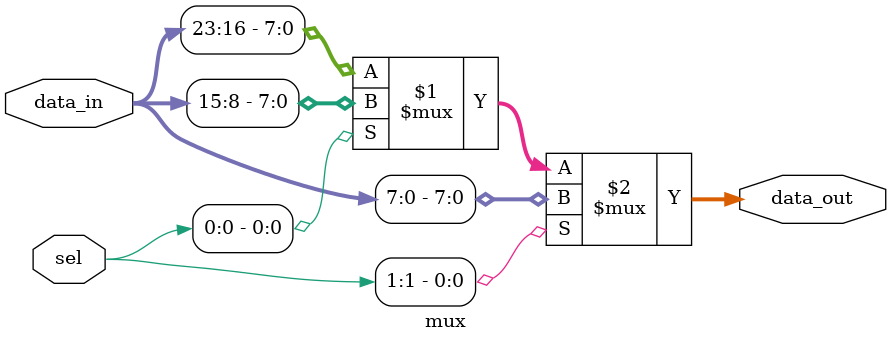
<source format=v>
`timescale 1ns / 1ps

module mux(
    input [23:0] data_in,
    input [1:0] sel,
    output [7:0] data_out
    );
    
    assign data_out = sel[1] ? (data_in[7:0]) : (sel[0] ? data_in[15:8] : data_in[23:16]);
    
endmodule

</source>
